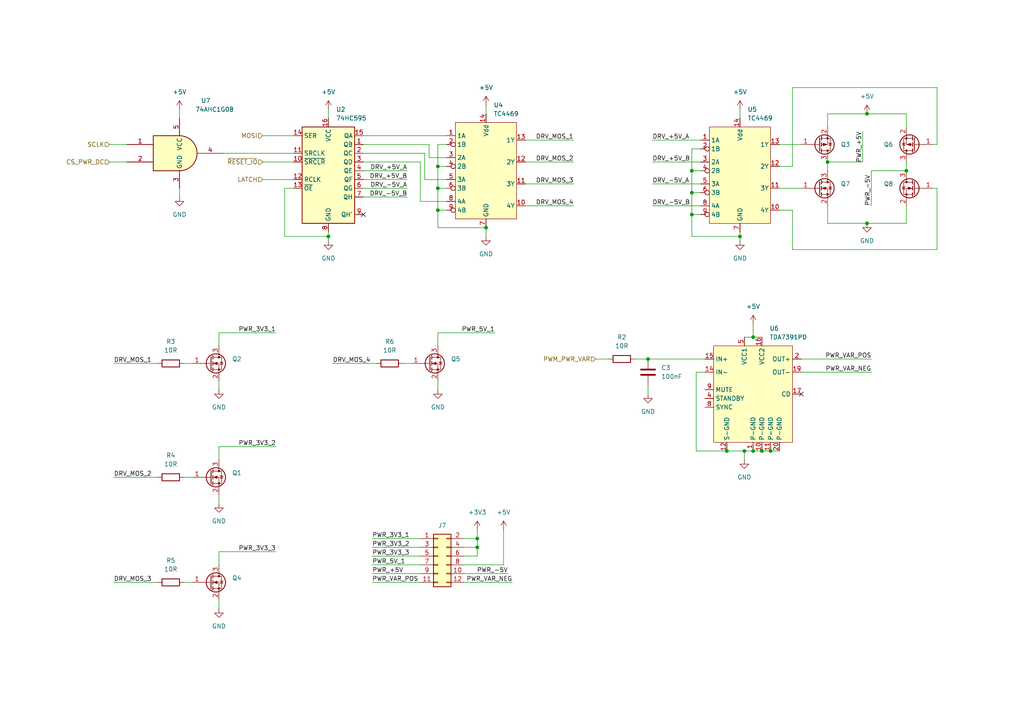
<source format=kicad_sch>
(kicad_sch (version 20230121) (generator eeschema)
  (paper "A4")
  (lib_symbols
    (symbol "74xGxx:74AHC1G08"
      (property "Reference" "U" (at -2.54 3.81 0))
      (property "Value" "74AHC1G08" (at 0 -3.81 0))
      (symbol "74AHC1G08_0_1"
        (arc (start 0 -5.08) (mid 5.0579 0) (end 0 5.08) (stroke (width 0.254)) (fill (type background)))
        (polyline (pts (xy 0 -5.08) (xy -7.62 -5.08) (xy -7.62 5.08) (xy 0 5.08)) (stroke (width 0.254)) (fill (type background)))
      )
      (symbol "74AHC1G08_1_1"
        (pin input line (at -15.24 2.54 0) (length 7.62) (name "~") (number "1"))
        (pin input line (at -15.24 -2.54 0) (length 7.62) (name "~") (number "2"))
        (pin power_in line (at 0 -10.16 90) (length 5.08) (name "GND") (number "3"))
        (pin output line (at 12.7 0 180) (length 7.62) (name "~") (number "4"))
        (pin power_in line (at 0 10.16 270) (length 5.08) (name "VCC") (number "5"))
      )
    )
    (symbol "74xx:74HC595"
      (property "Reference" "U" (at -7.62 13.97 0))
      (property "Value" "74HC595" (at -7.62 -16.51 0))
      (symbol "74HC595_1_0"
        (pin tri_state line (at 10.16 7.62 180) (length 2.54) (name "QB") (number "1"))
        (pin input line (at -10.16 2.54 0) (length 2.54) (name "~{SRCLR}") (number "10"))
        (pin input line (at -10.16 5.08 0) (length 2.54) (name "SRCLK") (number "11"))
        (pin input line (at -10.16 -2.54 0) (length 2.54) (name "RCLK") (number "12"))
        (pin input line (at -10.16 -5.08 0) (length 2.54) (name "~{OE}") (number "13"))
        (pin input line (at -10.16 10.16 0) (length 2.54) (name "SER") (number "14"))
        (pin tri_state line (at 10.16 10.16 180) (length 2.54) (name "QA") (number "15"))
        (pin power_in line (at 0 15.24 270) (length 2.54) (name "VCC") (number "16"))
        (pin tri_state line (at 10.16 5.08 180) (length 2.54) (name "QC") (number "2"))
        (pin tri_state line (at 10.16 2.54 180) (length 2.54) (name "QD") (number "3"))
        (pin tri_state line (at 10.16 0 180) (length 2.54) (name "QE") (number "4"))
        (pin tri_state line (at 10.16 -2.54 180) (length 2.54) (name "QF") (number "5"))
        (pin tri_state line (at 10.16 -5.08 180) (length 2.54) (name "QG") (number "6"))
        (pin tri_state line (at 10.16 -7.62 180) (length 2.54) (name "QH") (number "7"))
        (pin power_in line (at 0 -17.78 90) (length 2.54) (name "GND") (number "8"))
        (pin output line (at 10.16 -12.7 180) (length 2.54) (name "QH'") (number "9"))
      )
      (symbol "74HC595_1_1"
        (rectangle (start -7.62 12.7) (end 7.62 -15.24) (stroke (width 0.254)) (fill (type background)))
      )
    )
    (symbol "Connector_Generic:Conn_02x06_Odd_Even" (pin_names (offset 1.016) hide)
      (property "Reference" "J" (at 1.27 7.62 0))
      (property "Value" "Conn_02x06_Odd_Even" (at 1.27 -10.16 0))
      (symbol "Conn_02x06_Odd_Even_1_1"
        (rectangle (start -1.27 -7.493) (end 0 -7.747) (stroke (width 0.1524)))
        (rectangle (start -1.27 -4.953) (end 0 -5.207) (stroke (width 0.1524)))
        (rectangle (start -1.27 -2.413) (end 0 -2.667) (stroke (width 0.1524)))
        (rectangle (start -1.27 0.127) (end 0 -0.127) (stroke (width 0.1524)))
        (rectangle (start -1.27 2.667) (end 0 2.413) (stroke (width 0.1524)))
        (rectangle (start -1.27 5.207) (end 0 4.953) (stroke (width 0.1524)))
        (rectangle (start -1.27 6.35) (end 3.81 -8.89) (stroke (width 0.254)) (fill (type background)))
        (rectangle (start 3.81 -7.493) (end 2.54 -7.747) (stroke (width 0.1524)))
        (rectangle (start 3.81 -4.953) (end 2.54 -5.207) (stroke (width 0.1524)))
        (rectangle (start 3.81 -2.413) (end 2.54 -2.667) (stroke (width 0.1524)))
        (rectangle (start 3.81 0.127) (end 2.54 -0.127) (stroke (width 0.1524)))
        (rectangle (start 3.81 2.667) (end 2.54 2.413) (stroke (width 0.1524)))
        (rectangle (start 3.81 5.207) (end 2.54 4.953) (stroke (width 0.1524)))
        (pin passive line (at -5.08 5.08 0) (length 3.81) (name "Pin_1") (number "1"))
        (pin passive line (at 7.62 -5.08 180) (length 3.81) (name "Pin_10") (number "10"))
        (pin passive line (at -5.08 -7.62 0) (length 3.81) (name "Pin_11") (number "11"))
        (pin passive line (at 7.62 -7.62 180) (length 3.81) (name "Pin_12") (number "12"))
        (pin passive line (at 7.62 5.08 180) (length 3.81) (name "Pin_2") (number "2"))
        (pin passive line (at -5.08 2.54 0) (length 3.81) (name "Pin_3") (number "3"))
        (pin passive line (at 7.62 2.54 180) (length 3.81) (name "Pin_4") (number "4"))
        (pin passive line (at -5.08 0 0) (length 3.81) (name "Pin_5") (number "5"))
        (pin passive line (at 7.62 0 180) (length 3.81) (name "Pin_6") (number "6"))
        (pin passive line (at -5.08 -2.54 0) (length 3.81) (name "Pin_7") (number "7"))
        (pin passive line (at 7.62 -2.54 180) (length 3.81) (name "Pin_8") (number "8"))
        (pin passive line (at -5.08 -5.08 0) (length 3.81) (name "Pin_9") (number "9"))
      )
    )
    (symbol "Device:C" (pin_numbers hide) (pin_names (offset 0.254))
      (property "Reference" "C" (at 0.635 2.54 0))
      (property "Value" "C" (at 0.635 -2.54 0))
      (symbol "C_0_1"
        (polyline (pts (xy -2.032 -0.762) (xy 2.032 -0.762)) (stroke (width 0.508)))
        (polyline (pts (xy -2.032 0.762) (xy 2.032 0.762)) (stroke (width 0.508)))
      )
      (symbol "C_1_1"
        (pin passive line (at 0 3.81 270) (length 2.794) (name "~") (number "1"))
        (pin passive line (at 0 -3.81 90) (length 2.794) (name "~") (number "2"))
      )
    )
    (symbol "Device:Q_NMOS_GSD" (pin_names (offset 0) hide)
      (property "Reference" "Q" (at 5.08 1.27 0))
      (property "Value" "Q_NMOS_GSD" (at 5.08 -1.27 0))
      (symbol "Q_NMOS_GSD_0_1"
        (polyline (pts (xy 0.254 0) (xy -2.54 0)))
        (polyline (pts (xy 0.254 1.905) (xy 0.254 -1.905)) (stroke (width 0.254)))
        (polyline (pts (xy 0.762 -1.27) (xy 0.762 -2.286)) (stroke (width 0.254)))
        (polyline (pts (xy 0.762 0.508) (xy 0.762 -0.508)) (stroke (width 0.254)))
        (polyline (pts (xy 0.762 2.286) (xy 0.762 1.27)) (stroke (width 0.254)))
        (polyline (pts (xy 2.54 2.54) (xy 2.54 1.778)))
        (polyline (pts (xy 2.54 -2.54) (xy 2.54 0) (xy 0.762 0)))
        (polyline (pts (xy 0.762 -1.778) (xy 3.302 -1.778) (xy 3.302 1.778) (xy 0.762 1.778)))
        (polyline (pts (xy 1.016 0) (xy 2.032 0.381) (xy 2.032 -0.381) (xy 1.016 0)) (fill (type outline)))
        (polyline (pts (xy 2.794 0.508) (xy 2.921 0.381) (xy 3.683 0.381) (xy 3.81 0.254)))
        (polyline (pts (xy 3.302 0.381) (xy 2.921 -0.254) (xy 3.683 -0.254) (xy 3.302 0.381)))
        (circle (center 1.651 0) (radius 2.794) (stroke (width 0.254)))
        (circle (center 2.54 -1.778) (radius 0.254) (fill (type outline)))
        (circle (center 2.54 1.778) (radius 0.254) (fill (type outline)))
      )
      (symbol "Q_NMOS_GSD_1_1"
        (pin input line (at -5.08 0 0) (length 2.54) (name "G") (number "1"))
        (pin passive line (at 2.54 -5.08 90) (length 2.54) (name "S") (number "2"))
        (pin passive line (at 2.54 5.08 270) (length 2.54) (name "D") (number "3"))
      )
    )
    (symbol "Device:Q_PMOS_GSD" (pin_names (offset 0) hide)
      (property "Reference" "Q" (at 5.08 1.27 0))
      (property "Value" "Q_PMOS_GSD" (at 5.08 -1.27 0))
      (symbol "Q_PMOS_GSD_0_1"
        (polyline (pts (xy 0.254 0) (xy -2.54 0)))
        (polyline (pts (xy 0.254 1.905) (xy 0.254 -1.905)) (stroke (width 0.254)))
        (polyline (pts (xy 0.762 -1.27) (xy 0.762 -2.286)) (stroke (width 0.254)))
        (polyline (pts (xy 0.762 0.508) (xy 0.762 -0.508)) (stroke (width 0.254)))
        (polyline (pts (xy 0.762 2.286) (xy 0.762 1.27)) (stroke (width 0.254)))
        (polyline (pts (xy 2.54 2.54) (xy 2.54 1.778)))
        (polyline (pts (xy 2.54 -2.54) (xy 2.54 0) (xy 0.762 0)))
        (polyline (pts (xy 0.762 1.778) (xy 3.302 1.778) (xy 3.302 -1.778) (xy 0.762 -1.778)))
        (polyline (pts (xy 2.286 0) (xy 1.27 0.381) (xy 1.27 -0.381) (xy 2.286 0)) (fill (type outline)))
        (polyline (pts (xy 2.794 -0.508) (xy 2.921 -0.381) (xy 3.683 -0.381) (xy 3.81 -0.254)))
        (polyline (pts (xy 3.302 -0.381) (xy 2.921 0.254) (xy 3.683 0.254) (xy 3.302 -0.381)))
        (circle (center 1.651 0) (radius 2.794) (stroke (width 0.254)))
        (circle (center 2.54 -1.778) (radius 0.254) (fill (type outline)))
        (circle (center 2.54 1.778) (radius 0.254) (fill (type outline)))
      )
      (symbol "Q_PMOS_GSD_1_1"
        (pin input line (at -5.08 0 0) (length 2.54) (name "G") (number "1"))
        (pin passive line (at 2.54 -5.08 90) (length 2.54) (name "S") (number "2"))
        (pin passive line (at 2.54 5.08 270) (length 2.54) (name "D") (number "3"))
      )
    )
    (symbol "Device:R" (pin_numbers hide) (pin_names (offset 0))
      (property "Reference" "R" (at 2.032 0 90))
      (property "Value" "R" (at 0 0 90))
      (symbol "R_0_1"
        (rectangle (start -1.016 -2.54) (end 1.016 2.54) (stroke (width 0.254)))
      )
      (symbol "R_1_1"
        (pin passive line (at 0 3.81 270) (length 1.27) (name "~") (number "1"))
        (pin passive line (at 0 -3.81 90) (length 1.27) (name "~") (number "2"))
      )
    )
    (symbol "Multiprise pilotée:TC4469"
      (property "Reference" "U" (at 6.35 -13.97 0))
      (property "Value" "TC4469" (at 0 0 0))
      (symbol "TC4469_1_1"
        (rectangle (start -8.89 16.51) (end 8.89 -11.43) (fill (type background)))
        (pin input line (at -11.43 12.7 0) (length 2.54) (name "1A") (number "1"))
        (pin output line (at 11.43 -7.62 180) (length 2.54) (name "4Y") (number "10"))
        (pin output line (at 11.43 -1.27 180) (length 2.54) (name "3Y") (number "11"))
        (pin output line (at 11.43 5.08 180) (length 2.54) (name "2Y") (number "12"))
        (pin output line (at 11.43 11.43 180) (length 2.54) (name "1Y") (number "13"))
        (pin power_in line (at 0 19.05 270) (length 2.54) (name "Vdd") (number "14"))
        (pin input inverted (at -11.43 10.16 0) (length 2.54) (name "1B") (number "2"))
        (pin input line (at -11.43 6.35 0) (length 2.54) (name "2A") (number "3"))
        (pin input inverted (at -11.43 3.81 0) (length 2.54) (name "2B") (number "4"))
        (pin input line (at -11.43 0 0) (length 2.54) (name "3A") (number "5"))
        (pin input inverted (at -11.43 -2.54 0) (length 2.54) (name "3B") (number "6"))
        (pin power_in line (at 0 -13.97 90) (length 2.54) (name "GND") (number "7"))
        (pin input line (at -11.43 -6.35 0) (length 2.54) (name "4A") (number "8"))
        (pin input inverted (at -11.43 -8.89 0) (length 2.54) (name "4B") (number "9"))
      )
    )
    (symbol "Multiprise pilotée:TDA7391PD"
      (property "Reference" "U" (at 13.97 -25.4 0))
      (property "Value" "TDA7391PD" (at 15.24 -12.7 0))
      (symbol "TDA7391PD_1_1"
        (rectangle (start -11.43 17.78) (end 11.43 -10.16) (fill (type background)))
        (pin power_in line (at 0 -12.7 90) (length 2.54) (name "P-GND") (number "1"))
        (pin power_in line (at 2.54 -12.7 90) (length 2.54) (name "P-GND") (number "10"))
        (pin power_in line (at 5.08 -12.7 90) (length 2.54) (name "P-GND") (number "11"))
        (pin power_in line (at -7.62 -12.7 90) (length 2.54) (name "S-GND") (number "12"))
        (pin input line (at -13.97 10.16 0) (length 2.54) (name "IN-") (number "14"))
        (pin input line (at -13.97 13.97 0) (length 2.54) (name "IN+") (number "15"))
        (pin power_in line (at 2.54 20.32 270) (length 2.54) (name "VCC2") (number "16"))
        (pin output line (at 13.97 3.81 180) (length 2.54) (name "CD") (number "17"))
        (pin output line (at 13.97 10.16 180) (length 2.54) (name "OUT-") (number "19"))
        (pin output line (at 13.97 13.97 180) (length 2.54) (name "OUT+") (number "2"))
        (pin power_in line (at 7.62 -12.7 90) (length 2.54) (name "P-GND") (number "20"))
        (pin input line (at -13.97 2.54 0) (length 2.54) (name "STANDBY") (number "4"))
        (pin power_in line (at -2.54 20.32 270) (length 2.54) (name "VCC1") (number "5"))
        (pin input line (at -13.97 0 0) (length 2.54) (name "SYNC") (number "8"))
        (pin input line (at -13.97 5.08 0) (length 2.54) (name "MUTE") (number "9"))
      )
    )
    (symbol "power:+3V3" (power) (pin_names (offset 0))
      (property "Value" "+3V3" (at 0 3.556 0))
      (symbol "+3V3_0_1"
        (polyline (pts (xy -0.762 1.27) (xy 0 2.54)))
        (polyline (pts (xy 0 0) (xy 0 2.54)))
        (polyline (pts (xy 0 2.54) (xy 0.762 1.27)))
      )
      (symbol "+3V3_1_1"
        (pin power_in line (at 0 0 90) (length 0) hide (name "+3V3") (number "1"))
      )
    )
    (symbol "power:+5V" (power) (pin_names (offset 0))
      (property "Value" "+5V" (at 0 3.556 0))
      (symbol "+5V_0_1"
        (polyline (pts (xy -0.762 1.27) (xy 0 2.54)))
        (polyline (pts (xy 0 0) (xy 0 2.54)))
        (polyline (pts (xy 0 2.54) (xy 0.762 1.27)))
      )
      (symbol "+5V_1_1"
        (pin power_in line (at 0 0 90) (length 0) hide (name "+5V") (number "1"))
      )
    )
    (symbol "power:GND" (power) (pin_names (offset 0))
      (property "Value" "GND" (at 0 -3.81 0))
      (symbol "GND_0_1"
        (polyline (pts (xy 0 0) (xy 0 -1.27) (xy 1.27 -1.27) (xy 0 -2.54) (xy -1.27 -1.27) (xy 0 -1.27)))
      )
      (symbol "GND_1_1"
        (pin power_in line (at 0 0 270) (length 0) hide (name "GND") (number "1"))
      )
    )
  )
  (junction (at 127 60.96))
  (junction (at 223.52 130.81))
  (junction (at 200.66 62.23))
  (junction (at 251.46 33.02))
  (junction (at 215.9 130.81))
  (junction (at 218.44 130.81))
  (junction (at 210.82 130.81))
  (junction (at 140.97 66.04))
  (junction (at 95.25 68.58))
  (junction (at 138.43 158.75))
  (junction (at 220.98 130.81))
  (junction (at 200.66 55.88))
  (junction (at 240.03 46.99))
  (junction (at 262.89 49.53))
  (junction (at 214.63 68.58))
  (junction (at 127 48.26))
  (junction (at 127 54.61))
  (junction (at 218.44 97.79))
  (junction (at 251.46 64.77))
  (junction (at 138.43 156.21))
  (junction (at 200.66 49.53))
  (junction (at 187.96 104.14))
  (no_connect (at 105.41 62.23))
  (no_connect (at 232.41 114.3))
  (wire (pts (xy 127 54.61) (xy 129.54 54.61)))
  (wire (pts (xy 127 60.96) (xy 127 66.04)))
  (wire (pts (xy 127 100.33) (xy 127 96.52)))
  (wire (pts (xy 214.63 68.58) (xy 214.63 69.85)))
  (wire (pts (xy 95.25 68.58) (xy 95.25 69.85)))
  (wire (pts (xy 232.41 104.14) (xy 252.73 104.14)))
  (wire (pts (xy 200.66 49.53) (xy 203.2 49.53)))
  (wire (pts (xy 214.63 31.75) (xy 214.63 34.29)))
  (wire (pts (xy 107.95 163.83) (xy 121.92 163.83)))
  (wire (pts (xy 82.55 54.61) (xy 82.55 68.58)))
  (wire (pts (xy 152.4 40.64) (xy 166.37 40.64)))
  (wire (pts (xy 95.25 67.31) (xy 95.25 68.58)))
  (wire (pts (xy 240.03 46.99) (xy 250.19 46.99)))
  (wire (pts (xy 218.44 93.98) (xy 218.44 97.79)))
  (wire (pts (xy 262.89 49.53) (xy 252.73 49.53)))
  (wire (pts (xy 229.87 48.26) (xy 229.87 25.4)))
  (wire (pts (xy 124.46 45.72) (xy 129.54 45.72)))
  (wire (pts (xy 200.66 55.88) (xy 203.2 55.88)))
  (wire (pts (xy 63.5 163.83) (xy 63.5 160.02)))
  (wire (pts (xy 240.03 64.77) (xy 251.46 64.77)))
  (wire (pts (xy 63.5 143.51) (xy 63.5 146.05)))
  (wire (pts (xy 215.9 130.81) (xy 218.44 130.81)))
  (wire (pts (xy 189.23 59.69) (xy 203.2 59.69)))
  (wire (pts (xy 240.03 46.99) (xy 240.03 49.53)))
  (wire (pts (xy 76.2 46.99) (xy 85.09 46.99)))
  (wire (pts (xy 240.03 33.02) (xy 251.46 33.02)))
  (wire (pts (xy 200.66 55.88) (xy 200.66 49.53)))
  (wire (pts (xy 52.07 31.75) (xy 52.07 34.29)))
  (wire (pts (xy 127 54.61) (xy 127 60.96)))
  (wire (pts (xy 138.43 156.21) (xy 138.43 158.75)))
  (wire (pts (xy 138.43 161.29) (xy 134.62 161.29)))
  (wire (pts (xy 220.98 130.81) (xy 223.52 130.81)))
  (wire (pts (xy 63.5 100.33) (xy 63.5 96.52)))
  (wire (pts (xy 215.9 130.81) (xy 215.9 133.35)))
  (wire (pts (xy 189.23 40.64) (xy 203.2 40.64)))
  (wire (pts (xy 200.66 49.53) (xy 200.66 43.18)))
  (wire (pts (xy 107.95 156.21) (xy 121.92 156.21)))
  (wire (pts (xy 189.23 53.34) (xy 203.2 53.34)))
  (wire (pts (xy 200.66 68.58) (xy 200.66 62.23)))
  (wire (pts (xy 105.41 41.91) (xy 124.46 41.91)))
  (wire (pts (xy 232.41 107.95) (xy 252.73 107.95)))
  (wire (pts (xy 96.52 105.41) (xy 109.22 105.41)))
  (wire (pts (xy 127 66.04) (xy 140.97 66.04)))
  (wire (pts (xy 201.93 130.81) (xy 210.82 130.81)))
  (wire (pts (xy 184.15 104.14) (xy 187.96 104.14)))
  (wire (pts (xy 129.54 41.91) (xy 127 41.91)))
  (wire (pts (xy 201.93 107.95) (xy 204.47 107.95)))
  (wire (pts (xy 105.41 52.07) (xy 118.11 52.07)))
  (wire (pts (xy 270.51 54.61) (xy 271.78 54.61)))
  (wire (pts (xy 127 96.52) (xy 143.51 96.52)))
  (wire (pts (xy 105.41 57.15) (xy 118.11 57.15)))
  (wire (pts (xy 123.19 44.45) (xy 123.19 52.07)))
  (wire (pts (xy 218.44 97.79) (xy 220.98 97.79)))
  (wire (pts (xy 127 110.49) (xy 127 113.03)))
  (wire (pts (xy 229.87 72.39) (xy 271.78 72.39)))
  (wire (pts (xy 271.78 41.91) (xy 270.51 41.91)))
  (wire (pts (xy 146.05 163.83) (xy 146.05 153.67)))
  (wire (pts (xy 127 41.91) (xy 127 48.26)))
  (wire (pts (xy 63.5 110.49) (xy 63.5 113.03)))
  (wire (pts (xy 187.96 111.76) (xy 187.96 114.3)))
  (wire (pts (xy 187.96 104.14) (xy 204.47 104.14)))
  (wire (pts (xy 189.23 46.99) (xy 203.2 46.99)))
  (wire (pts (xy 271.78 25.4) (xy 271.78 41.91)))
  (wire (pts (xy 223.52 130.81) (xy 226.06 130.81)))
  (wire (pts (xy 250.19 38.1) (xy 250.19 46.99)))
  (wire (pts (xy 226.06 41.91) (xy 232.41 41.91)))
  (wire (pts (xy 116.84 105.41) (xy 119.38 105.41)))
  (wire (pts (xy 33.02 168.91) (xy 45.72 168.91)))
  (wire (pts (xy 123.19 52.07) (xy 129.54 52.07)))
  (wire (pts (xy 215.9 97.79) (xy 218.44 97.79)))
  (wire (pts (xy 82.55 54.61) (xy 85.09 54.61)))
  (wire (pts (xy 63.5 129.54) (xy 80.01 129.54)))
  (wire (pts (xy 271.78 72.39) (xy 271.78 54.61)))
  (wire (pts (xy 107.95 161.29) (xy 121.92 161.29)))
  (wire (pts (xy 63.5 133.35) (xy 63.5 129.54)))
  (wire (pts (xy 251.46 33.02) (xy 262.89 33.02)))
  (wire (pts (xy 214.63 68.58) (xy 200.66 68.58)))
  (wire (pts (xy 105.41 49.53) (xy 118.11 49.53)))
  (wire (pts (xy 134.62 168.91) (xy 148.59 168.91)))
  (wire (pts (xy 53.34 138.43) (xy 55.88 138.43)))
  (wire (pts (xy 52.07 54.61) (xy 52.07 57.15)))
  (wire (pts (xy 76.2 52.07) (xy 85.09 52.07)))
  (wire (pts (xy 251.46 64.77) (xy 262.89 64.77)))
  (wire (pts (xy 82.55 68.58) (xy 95.25 68.58)))
  (wire (pts (xy 105.41 54.61) (xy 118.11 54.61)))
  (wire (pts (xy 138.43 153.67) (xy 138.43 156.21)))
  (wire (pts (xy 200.66 62.23) (xy 203.2 62.23)))
  (wire (pts (xy 121.92 46.99) (xy 121.92 58.42)))
  (wire (pts (xy 201.93 130.81) (xy 201.93 107.95)))
  (wire (pts (xy 140.97 30.48) (xy 140.97 33.02)))
  (wire (pts (xy 226.06 48.26) (xy 229.87 48.26)))
  (wire (pts (xy 107.95 158.75) (xy 121.92 158.75)))
  (wire (pts (xy 218.44 130.81) (xy 220.98 130.81)))
  (wire (pts (xy 127 60.96) (xy 129.54 60.96)))
  (wire (pts (xy 152.4 59.69) (xy 166.37 59.69)))
  (wire (pts (xy 152.4 53.34) (xy 166.37 53.34)))
  (wire (pts (xy 95.25 31.75) (xy 95.25 34.29)))
  (wire (pts (xy 134.62 158.75) (xy 138.43 158.75)))
  (wire (pts (xy 33.02 105.41) (xy 45.72 105.41)))
  (wire (pts (xy 76.2 39.37) (xy 85.09 39.37)))
  (wire (pts (xy 33.02 138.43) (xy 45.72 138.43)))
  (wire (pts (xy 214.63 67.31) (xy 214.63 68.58)))
  (wire (pts (xy 140.97 66.04) (xy 140.97 68.58)))
  (wire (pts (xy 210.82 130.81) (xy 215.9 130.81)))
  (wire (pts (xy 134.62 166.37) (xy 147.32 166.37)))
  (wire (pts (xy 200.66 62.23) (xy 200.66 55.88)))
  (wire (pts (xy 229.87 60.96) (xy 229.87 72.39)))
  (wire (pts (xy 63.5 96.52) (xy 80.01 96.52)))
  (wire (pts (xy 63.5 160.02) (xy 80.01 160.02)))
  (wire (pts (xy 226.06 60.96) (xy 229.87 60.96)))
  (wire (pts (xy 127 48.26) (xy 127 54.61)))
  (wire (pts (xy 252.73 49.53) (xy 252.73 59.69)))
  (wire (pts (xy 172.72 104.14) (xy 176.53 104.14)))
  (wire (pts (xy 64.77 44.45) (xy 85.09 44.45)))
  (wire (pts (xy 240.03 59.69) (xy 240.03 64.77)))
  (wire (pts (xy 200.66 43.18) (xy 203.2 43.18)))
  (wire (pts (xy 226.06 54.61) (xy 232.41 54.61)))
  (wire (pts (xy 127 48.26) (xy 129.54 48.26)))
  (wire (pts (xy 138.43 158.75) (xy 138.43 161.29)))
  (wire (pts (xy 134.62 156.21) (xy 138.43 156.21)))
  (wire (pts (xy 105.41 46.99) (xy 121.92 46.99)))
  (wire (pts (xy 152.4 46.99) (xy 166.37 46.99)))
  (wire (pts (xy 134.62 163.83) (xy 146.05 163.83)))
  (wire (pts (xy 53.34 168.91) (xy 55.88 168.91)))
  (wire (pts (xy 262.89 64.77) (xy 262.89 59.69)))
  (wire (pts (xy 53.34 105.41) (xy 55.88 105.41)))
  (wire (pts (xy 105.41 39.37) (xy 129.54 39.37)))
  (wire (pts (xy 124.46 41.91) (xy 124.46 45.72)))
  (wire (pts (xy 240.03 36.83) (xy 240.03 33.02)))
  (wire (pts (xy 31.75 46.99) (xy 36.83 46.99)))
  (wire (pts (xy 63.5 173.99) (xy 63.5 176.53)))
  (wire (pts (xy 31.75 41.91) (xy 36.83 41.91)))
  (wire (pts (xy 121.92 58.42) (xy 129.54 58.42)))
  (wire (pts (xy 262.89 33.02) (xy 262.89 36.83)))
  (wire (pts (xy 107.95 168.91) (xy 121.92 168.91)))
  (wire (pts (xy 229.87 25.4) (xy 271.78 25.4)))
  (wire (pts (xy 107.95 166.37) (xy 121.92 166.37)))
  (wire (pts (xy 105.41 44.45) (xy 123.19 44.45)))
  (wire (pts (xy 262.89 46.99) (xy 262.89 49.53)))
  (label "DRV_-5V_B" (at 189.23 59.69 0))
  (label "PWR_3V3_1" (at 80.01 96.52 180))
  (label "DRV_-5V_A" (at 118.11 54.61 180))
  (label "DRV_-5V_B" (at 118.11 57.15 180))
  (label "PWR_+5V" (at 107.95 166.37 0))
  (label "PWR_3V3_1" (at 107.95 156.21 0))
  (label "PWR_+5V" (at 250.19 38.1 270))
  (label "DRV_+5V_B" (at 118.11 52.07 180))
  (label "PWR_5V_1" (at 107.95 163.83 0))
  (label "PWR_3V3_2" (at 107.95 158.75 0))
  (label "PWR_VAR_NEG" (at 148.59 168.91 180))
  (label "DRV_MOS_2" (at 166.37 46.99 180))
  (label "DRV_MOS_1" (at 166.37 40.64 180))
  (label "PWR_-5V" (at 252.73 59.69 90))
  (label "DRV_MOS_4" (at 96.52 105.41 0))
  (label "PWR_5V_1" (at 143.51 96.52 180))
  (label "DRV_MOS_1" (at 33.02 105.41 0))
  (label "PWR_VAR_POS" (at 252.73 104.14 180))
  (label "DRV_MOS_4" (at 166.37 59.69 180))
  (label "PWR_-5V" (at 147.32 166.37 180))
  (label "PWR_3V3_3" (at 80.01 160.02 180))
  (label "PWR_3V3_3" (at 107.95 161.29 0))
  (label "DRV_+5V_A" (at 189.23 40.64 0))
  (label "DRV_+5V_B" (at 189.23 46.99 0))
  (label "DRV_+5V_A" (at 118.11 49.53 180))
  (label "DRV_MOS_3" (at 33.02 168.91 0))
  (label "DRV_-5V_A" (at 189.23 53.34 0))
  (label "PWR_VAR_NEG" (at 252.73 107.95 180))
  (label "PWR_VAR_POS" (at 107.95 168.91 0))
  (label "PWR_3V3_2" (at 80.01 129.54 180))
  (label "DRV_MOS_3" (at 166.37 53.34 180))
  (label "DRV_MOS_2" (at 33.02 138.43 0))
  (hierarchical_label "PWM_PWR_VAR" (shape input) (at 172.72 104.14 180))
  (hierarchical_label "~{RESET_IO}" (shape input) (at 76.2 46.99 180))
  (hierarchical_label "SCLK" (shape input) (at 31.75 41.91 180))
  (hierarchical_label "CS_PWR_DC" (shape input) (at 31.75 46.99 180))
  (hierarchical_label "LATCH" (shape input) (at 76.2 52.07 180))
  (hierarchical_label "MOSI" (shape input) (at 76.2 39.37 180))
  (symbol (lib_id "power:GND") (at 214.63 69.85 0) (unit 1)
    (property "Reference" "#PWR030" (effects hide))
    (property "Value" "GND" (at 214.63 74.93 0))
  )
  (symbol (lib_id "power:GND") (at 63.5 176.53 0) (unit 1)
    (property "Reference" "#PWR027" (effects hide))
    (property "Value" "GND" (at 63.5 181.61 0))
  )
  (symbol (lib_id "Multiprise pilotée:TDA7391PD") (at 218.44 118.11 0) (unit 1)
    (property "Reference" "U6" (at 223.1741 95.25 0) (effects (justify left)))
    (property "Value" "TDA7391PD" (at 223.1741 97.79 0) (effects (justify left)))
    (property "Footprint" "footprints:SO_91PDTR_STM" (effects hide))
    (property "Datasheet" "https://www.mouser.fr/datasheet/2/389/tda7391pd-1852267.pdf" (effects hide))
  )
  (symbol (lib_id "power:GND") (at 63.5 113.03 0) (unit 1)
    (property "Reference" "#PWR022" (effects hide))
    (property "Value" "GND" (at 63.5 118.11 0))
  )
  (symbol (lib_id "power:GND") (at 251.46 64.77 0) (unit 1)
    (property "Reference" "#PWR031" (effects hide))
    (property "Value" "GND" (at 251.46 69.85 0))
  )
  (symbol (lib_id "Device:Q_NMOS_GSD") (at 60.96 168.91 0) (unit 1)
    (property "Reference" "Q4" (at 67.31 167.64 0) (effects (justify left)))
    (property "Value" "DMN2020LSN-7 " (effects hide))
    (property "Footprint" "Package_TO_SOT_SMD:SC-59" (effects hide))
    (property "Datasheet" "https://www.diodes.com/assets/Datasheets/ds31946.pdf" (effects hide))
  )
  (symbol (lib_id "power:+5V") (at 146.05 153.67 0) (unit 1)
    (property "Reference" "#PWR024" (effects hide))
    (property "Value" "+5V" (at 146.05 148.59 0))
  )
  (symbol (lib_id "Device:R") (at 180.34 104.14 90) (unit 1)
    (property "Reference" "R2" (at 180.34 97.79 90))
    (property "Value" "10R" (at 180.34 100.33 90))
    (property "Footprint" "Resistor_SMD:R_1206_3216Metric" (effects hide))
  )
  (symbol (lib_id "Device:R") (at 49.53 168.91 90) (unit 1)
    (property "Reference" "R5" (at 49.53 162.56 90))
    (property "Value" "10R" (at 49.53 165.1 90))
    (property "Footprint" "Resistor_SMD:R_1206_3216Metric" (effects hide))
  )
  (symbol (lib_id "Device:Q_NMOS_GSD") (at 60.96 105.41 0) (unit 1)
    (property "Reference" "Q2" (at 67.31 104.14 0) (effects (justify left)))
    (property "Value" "DMN2020LSN-7 " (effects hide))
    (property "Footprint" "Package_TO_SOT_SMD:SC-59" (effects hide))
    (property "Datasheet" "https://www.diodes.com/assets/Datasheets/ds31946.pdf" (effects hide))
  )
  (symbol (lib_id "74xx:74HC595") (at 95.25 49.53 0) (unit 1)
    (property "Reference" "U2" (at 97.4441 31.75 0) (effects (justify left)))
    (property "Value" "74HC595" (at 97.4441 34.29 0) (effects (justify left)))
    (property "Footprint" "Package_SO:SOIC-16_3.9x9.9mm_P1.27mm" (effects hide))
    (property "Datasheet" "http://www.ti.com/lit/ds/symlink/sn74hc595.pdf" (effects hide))
  )
  (symbol (lib_id "power:GND") (at 63.5 146.05 0) (unit 1)
    (property "Reference" "#PWR026" (effects hide))
    (property "Value" "GND" (at 63.5 151.13 0))
  )
  (symbol (lib_id "Device:R") (at 113.03 105.41 90) (unit 1)
    (property "Reference" "R6" (at 113.03 99.06 90))
    (property "Value" "10R" (at 113.03 101.6 90))
    (property "Footprint" "Resistor_SMD:R_1206_3216Metric" (effects hide))
  )
  (symbol (lib_id "power:GND") (at 52.07 57.15 0) (unit 1)
    (property "Reference" "#PWR035" (effects hide))
    (property "Value" "GND" (at 52.07 62.23 0))
  )
  (symbol (lib_id "power:+3V3") (at 138.43 153.67 0) (unit 1)
    (property "Reference" "#PWR023" (effects hide))
    (property "Value" "+3V3" (at 138.43 148.59 0))
  )
  (symbol (lib_id "Device:Q_PMOS_GSD") (at 265.43 41.91 180) (unit 1)
    (property "Reference" "Q6" (at 259.08 41.91 0) (effects (justify left)))
    (property "Value" "SSM3J355R,LF" (effects hide))
    (property "Footprint" "Package_TO_SOT_SMD:SOT-23" (effects hide))
    (property "Datasheet" "https://www.mouser.fr/datasheet/2/408/SSM3J355R_datasheet_en_20161130-1128713.pdf" (effects hide))
  )
  (symbol (lib_id "Device:R") (at 49.53 105.41 90) (unit 1)
    (property "Reference" "R3" (at 49.53 99.06 90))
    (property "Value" "10R" (at 49.53 101.6 90))
    (property "Footprint" "Resistor_SMD:R_1206_3216Metric" (effects hide))
  )
  (symbol (lib_id "power:GND") (at 95.25 69.85 0) (unit 1)
    (property "Reference" "#PWR019" (effects hide))
    (property "Value" "GND" (at 95.25 74.93 0))
  )
  (symbol (lib_id "power:GND") (at 140.97 68.58 0) (unit 1)
    (property "Reference" "#PWR021" (effects hide))
    (property "Value" "GND" (at 140.97 73.66 0))
  )
  (symbol (lib_id "power:GND") (at 187.96 114.3 0) (unit 1)
    (property "Reference" "#PWR025" (effects hide))
    (property "Value" "GND" (at 187.96 119.38 0))
  )
  (symbol (lib_id "Device:Q_NMOS_GSD") (at 60.96 138.43 0) (unit 1)
    (property "Reference" "Q1" (at 67.31 137.16 0) (effects (justify left)))
    (property "Value" "DMN2020LSN-7 " (effects hide))
    (property "Footprint" "Package_TO_SOT_SMD:SC-59" (effects hide))
    (property "Datasheet" "https://www.diodes.com/assets/Datasheets/ds31946.pdf" (effects hide))
  )
  (symbol (lib_id "power:+5V") (at 52.07 31.75 0) (unit 1)
    (property "Reference" "#PWR017" (effects hide))
    (property "Value" "+5V" (at 52.07 26.67 0))
  )
  (symbol (lib_id "Multiprise pilotée:TC4469") (at 214.63 53.34 0) (unit 1)
    (property "Reference" "U5" (at 216.8241 31.75 0) (effects (justify left)))
    (property "Value" "TC4469" (at 216.8241 34.29 0) (effects (justify left)))
    (property "Footprint" "Package_SO:SOIC-14W_7.5x9mm_P1.27mm" (effects hide))
    (property "Datasheet" "https://www.mouser.fr/datasheet/2/268/MCHPS04137_1-2520742.pdf" (effects hide))
  )
  (symbol (lib_id "power:+5V") (at 218.44 93.98 0) (unit 1)
    (property "Reference" "#PWR032" (effects hide))
    (property "Value" "+5V" (at 218.44 88.9 0))
  )
  (symbol (lib_id "Multiprise pilotée:TC4469") (at 140.97 52.07 0) (unit 1)
    (property "Reference" "U4" (at 143.1641 30.48 0) (effects (justify left)))
    (property "Value" "TC4469" (at 143.1641 33.02 0) (effects (justify left)))
    (property "Footprint" "Package_SO:SOIC-14W_7.5x9mm_P1.27mm" (effects hide))
    (property "Datasheet" "https://www.mouser.fr/datasheet/2/268/MCHPS04137_1-2520742.pdf" (effects hide))
  )
  (symbol (lib_id "power:+5V") (at 214.63 31.75 0) (unit 1)
    (property "Reference" "#PWR029" (effects hide))
    (property "Value" "+5V" (at 214.63 26.67 0))
  )
  (symbol (lib_id "power:+5V") (at 140.97 30.48 0) (unit 1)
    (property "Reference" "#PWR020" (effects hide))
    (property "Value" "+5V" (at 140.97 25.4 0))
  )
  (symbol (lib_id "power:GND") (at 127 113.03 0) (unit 1)
    (property "Reference" "#PWR028" (effects hide))
    (property "Value" "GND" (at 127 118.11 0))
  )
  (symbol (lib_id "Connector_Generic:Conn_02x06_Odd_Even") (at 127 161.29 0) (unit 1)
    (property "Reference" "J7" (at 128.27 152.4 0))
    (property "Value" "Conn_02x06_Odd_Even" (effects hide))
    (property "Footprint" "Connector_JAE:JAE_LY20-14P-DT1_2x07_P2.00mm_Vertical" (effects hide))
  )
  (symbol (lib_id "power:+5V") (at 95.25 31.75 0) (unit 1)
    (property "Reference" "#PWR018" (effects hide))
    (property "Value" "+5V" (at 95.25 26.67 0))
  )
  (symbol (lib_id "power:GND") (at 215.9 133.35 0) (unit 1)
    (property "Reference" "#PWR034" (effects hide))
    (property "Value" "GND" (at 215.9 138.43 0))
  )
  (symbol (lib_id "Device:Q_NMOS_GSD") (at 265.43 54.61 0) (mirror y) (unit 1)
    (property "Reference" "Q8" (at 259.08 53.34 0) (effects (justify left)))
    (property "Value" "DMN2020LSN-7 " (effects hide))
    (property "Footprint" "Package_TO_SOT_SMD:SC-59" (effects hide))
    (property "Datasheet" "https://www.diodes.com/assets/Datasheets/ds31946.pdf" (effects hide))
  )
  (symbol (lib_id "Device:Q_NMOS_GSD") (at 237.49 54.61 0) (unit 1)
    (property "Reference" "Q7" (at 243.84 53.34 0) (effects (justify left)))
    (property "Value" "DMN2020LSN-7 " (effects hide))
    (property "Footprint" "Package_TO_SOT_SMD:SC-59" (effects hide))
    (property "Datasheet" "https://www.diodes.com/assets/Datasheets/ds31946.pdf" (effects hide))
  )
  (symbol (lib_id "Device:Q_PMOS_GSD") (at 237.49 41.91 0) (mirror x) (unit 1)
    (property "Reference" "Q3" (at 243.84 41.91 0) (effects (justify left)))
    (property "Value" "SSM3J355R,LF" (effects hide))
    (property "Footprint" "Package_TO_SOT_SMD:SOT-23" (effects hide))
    (property "Datasheet" "https://www.mouser.fr/datasheet/2/408/SSM3J355R_datasheet_en_20161130-1128713.pdf" (effects hide))
  )
  (symbol (lib_id "Device:Q_NMOS_GSD") (at 124.46 105.41 0) (unit 1)
    (property "Reference" "Q5" (at 130.81 104.14 0) (effects (justify left)))
    (property "Value" "DMN2020LSN-7 " (effects hide))
    (property "Footprint" "Package_TO_SOT_SMD:SC-59" (effects hide))
    (property "Datasheet" "https://www.diodes.com/assets/Datasheets/ds31946.pdf" (effects hide))
  )
  (symbol (lib_id "power:+5V") (at 251.46 33.02 0) (unit 1)
    (property "Reference" "#PWR033" (effects hide))
    (property "Value" "+5V" (at 251.46 27.94 0))
  )
  (symbol (lib_id "Device:C") (at 187.96 107.95 0) (unit 1)
    (property "Reference" "C3" (at 191.77 106.68 0) (effects (justify left)))
    (property "Value" "100nF" (at 191.77 109.22 0) (effects (justify left)))
    (property "Footprint" "Capacitor_SMD:C_1206_3216Metric" (effects hide))
  )
  (symbol (lib_id "74xGxx:74AHC1G08") (at 52.07 44.45 0) (unit 1)
    (property "Reference" "U7" (at 59.69 29.21 0))
    (property "Value" "74AHC1G08" (at 62.23 31.75 0))
    (property "Footprint" "Package_TO_SOT_SMD:SOT-23-5" (effects hide))
    (property "Datasheet" "http://www.ti.com/lit/sg/scyt129e/scyt129e.pdf" (effects hide))
  )
  (symbol (lib_id "Device:R") (at 49.53 138.43 90) (unit 1)
    (property "Reference" "R4" (at 49.53 132.08 90))
    (property "Value" "10R" (at 49.53 134.62 90))
    (property "Footprint" "Resistor_SMD:R_1206_3216Metric" (effects hide))
  )
)
</source>
